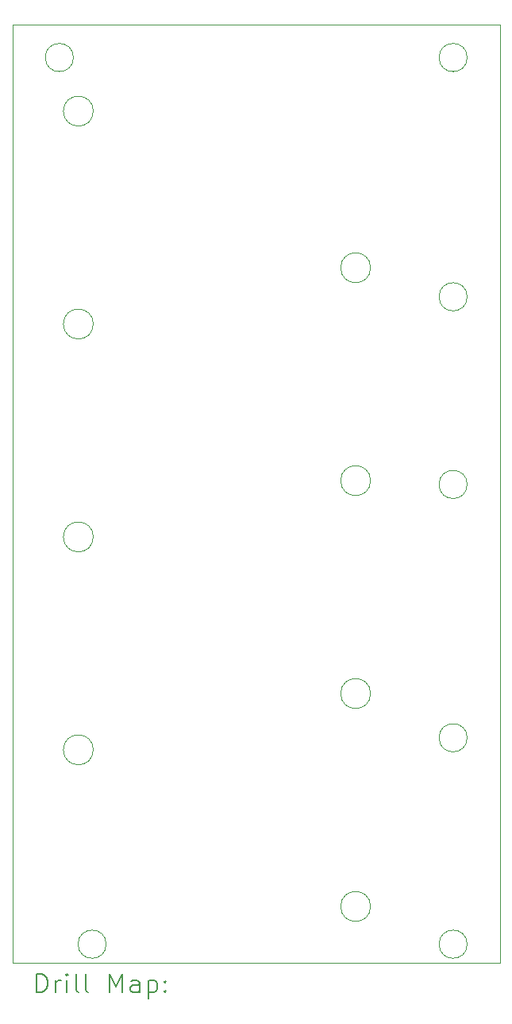
<source format=gbr>
%TF.GenerationSoftware,KiCad,Pcbnew,9.0.0-9.0.0-2~ubuntu24.04.1*%
%TF.CreationDate,2025-04-02T19:47:50+02:00*%
%TF.ProjectId,Buck_InterFace,4275636b-5f49-46e7-9465-72466163652e,rev?*%
%TF.SameCoordinates,Original*%
%TF.FileFunction,Drillmap*%
%TF.FilePolarity,Positive*%
%FSLAX45Y45*%
G04 Gerber Fmt 4.5, Leading zero omitted, Abs format (unit mm)*
G04 Created by KiCad (PCBNEW 9.0.0-9.0.0-2~ubuntu24.04.1) date 2025-04-02 19:47:50*
%MOMM*%
%LPD*%
G01*
G04 APERTURE LIST*
%ADD10C,0.050000*%
%ADD11C,0.200000*%
G04 APERTURE END LIST*
D10*
X15300000Y-8450000D02*
G75*
G02*
X15000000Y-8450000I-150000J0D01*
G01*
X15000000Y-8450000D02*
G75*
G02*
X15300000Y-8450000I150000J0D01*
G01*
X11100000Y-3900000D02*
G75*
G02*
X10800000Y-3900000I-150000J0D01*
G01*
X10800000Y-3900000D02*
G75*
G02*
X11100000Y-3900000I150000J0D01*
G01*
X10450000Y-3550000D02*
X15650000Y-3550000D01*
X15650000Y-13550000D01*
X10450000Y-13550000D01*
X10450000Y-3550000D01*
X15300000Y-3900000D02*
G75*
G02*
X15000000Y-3900000I-150000J0D01*
G01*
X15000000Y-3900000D02*
G75*
G02*
X15300000Y-3900000I150000J0D01*
G01*
X15300000Y-6450000D02*
G75*
G02*
X15000000Y-6450000I-150000J0D01*
G01*
X15000000Y-6450000D02*
G75*
G02*
X15300000Y-6450000I150000J0D01*
G01*
X15300000Y-11150000D02*
G75*
G02*
X15000000Y-11150000I-150000J0D01*
G01*
X15000000Y-11150000D02*
G75*
G02*
X15300000Y-11150000I150000J0D01*
G01*
X11450000Y-13350000D02*
G75*
G02*
X11150000Y-13350000I-150000J0D01*
G01*
X11150000Y-13350000D02*
G75*
G02*
X11450000Y-13350000I150000J0D01*
G01*
X15300000Y-13350000D02*
G75*
G02*
X15000000Y-13350000I-150000J0D01*
G01*
X15000000Y-13350000D02*
G75*
G02*
X15300000Y-13350000I150000J0D01*
G01*
X11311956Y-4471200D02*
G75*
G02*
X10993200Y-4471200I-159378J0D01*
G01*
X10993200Y-4471200D02*
G75*
G02*
X11311956Y-4471200I159378J0D01*
G01*
X14269800Y-6140636D02*
G75*
G02*
X13951072Y-6140636I-159364J0D01*
G01*
X13951072Y-6140636D02*
G75*
G02*
X14269800Y-6140636I159364J0D01*
G01*
X11311956Y-6740200D02*
G75*
G02*
X10993200Y-6740200I-159378J0D01*
G01*
X10993200Y-6740200D02*
G75*
G02*
X11311956Y-6740200I159378J0D01*
G01*
X14269800Y-8409636D02*
G75*
G02*
X13951072Y-8409636I-159364J0D01*
G01*
X13951072Y-8409636D02*
G75*
G02*
X14269800Y-8409636I159364J0D01*
G01*
X11311956Y-9009200D02*
G75*
G02*
X10993200Y-9009200I-159378J0D01*
G01*
X10993200Y-9009200D02*
G75*
G02*
X11311956Y-9009200I159378J0D01*
G01*
X14269800Y-10678636D02*
G75*
G02*
X13951072Y-10678636I-159364J0D01*
G01*
X13951072Y-10678636D02*
G75*
G02*
X14269800Y-10678636I159364J0D01*
G01*
X11311956Y-11278200D02*
G75*
G02*
X10993200Y-11278200I-159378J0D01*
G01*
X10993200Y-11278200D02*
G75*
G02*
X11311956Y-11278200I159378J0D01*
G01*
X14269800Y-12947636D02*
G75*
G02*
X13951072Y-12947636I-159364J0D01*
G01*
X13951072Y-12947636D02*
G75*
G02*
X14269800Y-12947636I159364J0D01*
G01*
D11*
X10708277Y-13863984D02*
X10708277Y-13663984D01*
X10708277Y-13663984D02*
X10755896Y-13663984D01*
X10755896Y-13663984D02*
X10784467Y-13673508D01*
X10784467Y-13673508D02*
X10803515Y-13692555D01*
X10803515Y-13692555D02*
X10813039Y-13711603D01*
X10813039Y-13711603D02*
X10822563Y-13749698D01*
X10822563Y-13749698D02*
X10822563Y-13778269D01*
X10822563Y-13778269D02*
X10813039Y-13816365D01*
X10813039Y-13816365D02*
X10803515Y-13835412D01*
X10803515Y-13835412D02*
X10784467Y-13854460D01*
X10784467Y-13854460D02*
X10755896Y-13863984D01*
X10755896Y-13863984D02*
X10708277Y-13863984D01*
X10908277Y-13863984D02*
X10908277Y-13730650D01*
X10908277Y-13768746D02*
X10917801Y-13749698D01*
X10917801Y-13749698D02*
X10927324Y-13740174D01*
X10927324Y-13740174D02*
X10946372Y-13730650D01*
X10946372Y-13730650D02*
X10965420Y-13730650D01*
X11032086Y-13863984D02*
X11032086Y-13730650D01*
X11032086Y-13663984D02*
X11022563Y-13673508D01*
X11022563Y-13673508D02*
X11032086Y-13683031D01*
X11032086Y-13683031D02*
X11041610Y-13673508D01*
X11041610Y-13673508D02*
X11032086Y-13663984D01*
X11032086Y-13663984D02*
X11032086Y-13683031D01*
X11155896Y-13863984D02*
X11136848Y-13854460D01*
X11136848Y-13854460D02*
X11127324Y-13835412D01*
X11127324Y-13835412D02*
X11127324Y-13663984D01*
X11260658Y-13863984D02*
X11241610Y-13854460D01*
X11241610Y-13854460D02*
X11232086Y-13835412D01*
X11232086Y-13835412D02*
X11232086Y-13663984D01*
X11489229Y-13863984D02*
X11489229Y-13663984D01*
X11489229Y-13663984D02*
X11555896Y-13806841D01*
X11555896Y-13806841D02*
X11622562Y-13663984D01*
X11622562Y-13663984D02*
X11622562Y-13863984D01*
X11803515Y-13863984D02*
X11803515Y-13759222D01*
X11803515Y-13759222D02*
X11793991Y-13740174D01*
X11793991Y-13740174D02*
X11774943Y-13730650D01*
X11774943Y-13730650D02*
X11736848Y-13730650D01*
X11736848Y-13730650D02*
X11717801Y-13740174D01*
X11803515Y-13854460D02*
X11784467Y-13863984D01*
X11784467Y-13863984D02*
X11736848Y-13863984D01*
X11736848Y-13863984D02*
X11717801Y-13854460D01*
X11717801Y-13854460D02*
X11708277Y-13835412D01*
X11708277Y-13835412D02*
X11708277Y-13816365D01*
X11708277Y-13816365D02*
X11717801Y-13797317D01*
X11717801Y-13797317D02*
X11736848Y-13787793D01*
X11736848Y-13787793D02*
X11784467Y-13787793D01*
X11784467Y-13787793D02*
X11803515Y-13778269D01*
X11898753Y-13730650D02*
X11898753Y-13930650D01*
X11898753Y-13740174D02*
X11917801Y-13730650D01*
X11917801Y-13730650D02*
X11955896Y-13730650D01*
X11955896Y-13730650D02*
X11974943Y-13740174D01*
X11974943Y-13740174D02*
X11984467Y-13749698D01*
X11984467Y-13749698D02*
X11993991Y-13768746D01*
X11993991Y-13768746D02*
X11993991Y-13825888D01*
X11993991Y-13825888D02*
X11984467Y-13844936D01*
X11984467Y-13844936D02*
X11974943Y-13854460D01*
X11974943Y-13854460D02*
X11955896Y-13863984D01*
X11955896Y-13863984D02*
X11917801Y-13863984D01*
X11917801Y-13863984D02*
X11898753Y-13854460D01*
X12079705Y-13844936D02*
X12089229Y-13854460D01*
X12089229Y-13854460D02*
X12079705Y-13863984D01*
X12079705Y-13863984D02*
X12070182Y-13854460D01*
X12070182Y-13854460D02*
X12079705Y-13844936D01*
X12079705Y-13844936D02*
X12079705Y-13863984D01*
X12079705Y-13740174D02*
X12089229Y-13749698D01*
X12089229Y-13749698D02*
X12079705Y-13759222D01*
X12079705Y-13759222D02*
X12070182Y-13749698D01*
X12070182Y-13749698D02*
X12079705Y-13740174D01*
X12079705Y-13740174D02*
X12079705Y-13759222D01*
M02*

</source>
